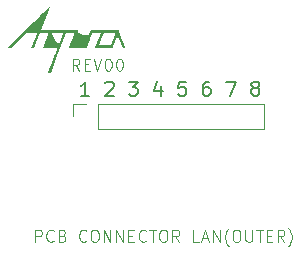
<source format=gbr>
%TF.GenerationSoftware,KiCad,Pcbnew,9.0.0*%
%TF.CreationDate,2025-06-23T16:23:01+09:00*%
%TF.ProjectId,pcb_connector_lan(outer),7063625f-636f-46e6-9e65-63746f725f6c,00*%
%TF.SameCoordinates,Original*%
%TF.FileFunction,Legend,Top*%
%TF.FilePolarity,Positive*%
%FSLAX46Y46*%
G04 Gerber Fmt 4.6, Leading zero omitted, Abs format (unit mm)*
G04 Created by KiCad (PCBNEW 9.0.0) date 2025-06-23 16:23:01*
%MOMM*%
%LPD*%
G01*
G04 APERTURE LIST*
%ADD10C,0.125000*%
%ADD11C,0.150000*%
%ADD12C,0.000000*%
%ADD13C,0.120000*%
%ADD14C,7.500000*%
%ADD15R,1.350000X1.350000*%
%ADD16O,1.350000X1.350000*%
%ADD17R,1.700000X1.700000*%
%ADD18O,1.700000X1.700000*%
G04 APERTURE END LIST*
D10*
X50475760Y-57527987D02*
X50142427Y-57051796D01*
X49904332Y-57527987D02*
X49904332Y-56527987D01*
X49904332Y-56527987D02*
X50285284Y-56527987D01*
X50285284Y-56527987D02*
X50380522Y-56575606D01*
X50380522Y-56575606D02*
X50428141Y-56623225D01*
X50428141Y-56623225D02*
X50475760Y-56718463D01*
X50475760Y-56718463D02*
X50475760Y-56861320D01*
X50475760Y-56861320D02*
X50428141Y-56956558D01*
X50428141Y-56956558D02*
X50380522Y-57004177D01*
X50380522Y-57004177D02*
X50285284Y-57051796D01*
X50285284Y-57051796D02*
X49904332Y-57051796D01*
X50904332Y-57004177D02*
X51237665Y-57004177D01*
X51380522Y-57527987D02*
X50904332Y-57527987D01*
X50904332Y-57527987D02*
X50904332Y-56527987D01*
X50904332Y-56527987D02*
X51380522Y-56527987D01*
X51666237Y-56527987D02*
X51999570Y-57527987D01*
X51999570Y-57527987D02*
X52332903Y-56527987D01*
X52856713Y-56527987D02*
X52951951Y-56527987D01*
X52951951Y-56527987D02*
X53047189Y-56575606D01*
X53047189Y-56575606D02*
X53094808Y-56623225D01*
X53094808Y-56623225D02*
X53142427Y-56718463D01*
X53142427Y-56718463D02*
X53190046Y-56908939D01*
X53190046Y-56908939D02*
X53190046Y-57147034D01*
X53190046Y-57147034D02*
X53142427Y-57337510D01*
X53142427Y-57337510D02*
X53094808Y-57432748D01*
X53094808Y-57432748D02*
X53047189Y-57480368D01*
X53047189Y-57480368D02*
X52951951Y-57527987D01*
X52951951Y-57527987D02*
X52856713Y-57527987D01*
X52856713Y-57527987D02*
X52761475Y-57480368D01*
X52761475Y-57480368D02*
X52713856Y-57432748D01*
X52713856Y-57432748D02*
X52666237Y-57337510D01*
X52666237Y-57337510D02*
X52618618Y-57147034D01*
X52618618Y-57147034D02*
X52618618Y-56908939D01*
X52618618Y-56908939D02*
X52666237Y-56718463D01*
X52666237Y-56718463D02*
X52713856Y-56623225D01*
X52713856Y-56623225D02*
X52761475Y-56575606D01*
X52761475Y-56575606D02*
X52856713Y-56527987D01*
X53809094Y-56527987D02*
X53904332Y-56527987D01*
X53904332Y-56527987D02*
X53999570Y-56575606D01*
X53999570Y-56575606D02*
X54047189Y-56623225D01*
X54047189Y-56623225D02*
X54094808Y-56718463D01*
X54094808Y-56718463D02*
X54142427Y-56908939D01*
X54142427Y-56908939D02*
X54142427Y-57147034D01*
X54142427Y-57147034D02*
X54094808Y-57337510D01*
X54094808Y-57337510D02*
X54047189Y-57432748D01*
X54047189Y-57432748D02*
X53999570Y-57480368D01*
X53999570Y-57480368D02*
X53904332Y-57527987D01*
X53904332Y-57527987D02*
X53809094Y-57527987D01*
X53809094Y-57527987D02*
X53713856Y-57480368D01*
X53713856Y-57480368D02*
X53666237Y-57432748D01*
X53666237Y-57432748D02*
X53618618Y-57337510D01*
X53618618Y-57337510D02*
X53570999Y-57147034D01*
X53570999Y-57147034D02*
X53570999Y-56908939D01*
X53570999Y-56908939D02*
X53618618Y-56718463D01*
X53618618Y-56718463D02*
X53666237Y-56623225D01*
X53666237Y-56623225D02*
X53713856Y-56575606D01*
X53713856Y-56575606D02*
X53809094Y-56527987D01*
D11*
X51304076Y-59661952D02*
X50618362Y-59661952D01*
X50961219Y-59661952D02*
X50961219Y-58461952D01*
X50961219Y-58461952D02*
X50846933Y-58633381D01*
X50846933Y-58633381D02*
X50732648Y-58747667D01*
X50732648Y-58747667D02*
X50618362Y-58804810D01*
X52675505Y-58576238D02*
X52732648Y-58519095D01*
X52732648Y-58519095D02*
X52846934Y-58461952D01*
X52846934Y-58461952D02*
X53132648Y-58461952D01*
X53132648Y-58461952D02*
X53246934Y-58519095D01*
X53246934Y-58519095D02*
X53304076Y-58576238D01*
X53304076Y-58576238D02*
X53361219Y-58690524D01*
X53361219Y-58690524D02*
X53361219Y-58804810D01*
X53361219Y-58804810D02*
X53304076Y-58976238D01*
X53304076Y-58976238D02*
X52618362Y-59661952D01*
X52618362Y-59661952D02*
X53361219Y-59661952D01*
X54675505Y-58461952D02*
X55418362Y-58461952D01*
X55418362Y-58461952D02*
X55018362Y-58919095D01*
X55018362Y-58919095D02*
X55189791Y-58919095D01*
X55189791Y-58919095D02*
X55304077Y-58976238D01*
X55304077Y-58976238D02*
X55361219Y-59033381D01*
X55361219Y-59033381D02*
X55418362Y-59147667D01*
X55418362Y-59147667D02*
X55418362Y-59433381D01*
X55418362Y-59433381D02*
X55361219Y-59547667D01*
X55361219Y-59547667D02*
X55304077Y-59604810D01*
X55304077Y-59604810D02*
X55189791Y-59661952D01*
X55189791Y-59661952D02*
X54846934Y-59661952D01*
X54846934Y-59661952D02*
X54732648Y-59604810D01*
X54732648Y-59604810D02*
X54675505Y-59547667D01*
X57361220Y-58861952D02*
X57361220Y-59661952D01*
X57075505Y-58404810D02*
X56789791Y-59261952D01*
X56789791Y-59261952D02*
X57532648Y-59261952D01*
X59475505Y-58461952D02*
X58904077Y-58461952D01*
X58904077Y-58461952D02*
X58846934Y-59033381D01*
X58846934Y-59033381D02*
X58904077Y-58976238D01*
X58904077Y-58976238D02*
X59018363Y-58919095D01*
X59018363Y-58919095D02*
X59304077Y-58919095D01*
X59304077Y-58919095D02*
X59418363Y-58976238D01*
X59418363Y-58976238D02*
X59475505Y-59033381D01*
X59475505Y-59033381D02*
X59532648Y-59147667D01*
X59532648Y-59147667D02*
X59532648Y-59433381D01*
X59532648Y-59433381D02*
X59475505Y-59547667D01*
X59475505Y-59547667D02*
X59418363Y-59604810D01*
X59418363Y-59604810D02*
X59304077Y-59661952D01*
X59304077Y-59661952D02*
X59018363Y-59661952D01*
X59018363Y-59661952D02*
X58904077Y-59604810D01*
X58904077Y-59604810D02*
X58846934Y-59547667D01*
X61475506Y-58461952D02*
X61246934Y-58461952D01*
X61246934Y-58461952D02*
X61132648Y-58519095D01*
X61132648Y-58519095D02*
X61075506Y-58576238D01*
X61075506Y-58576238D02*
X60961220Y-58747667D01*
X60961220Y-58747667D02*
X60904077Y-58976238D01*
X60904077Y-58976238D02*
X60904077Y-59433381D01*
X60904077Y-59433381D02*
X60961220Y-59547667D01*
X60961220Y-59547667D02*
X61018363Y-59604810D01*
X61018363Y-59604810D02*
X61132648Y-59661952D01*
X61132648Y-59661952D02*
X61361220Y-59661952D01*
X61361220Y-59661952D02*
X61475506Y-59604810D01*
X61475506Y-59604810D02*
X61532648Y-59547667D01*
X61532648Y-59547667D02*
X61589791Y-59433381D01*
X61589791Y-59433381D02*
X61589791Y-59147667D01*
X61589791Y-59147667D02*
X61532648Y-59033381D01*
X61532648Y-59033381D02*
X61475506Y-58976238D01*
X61475506Y-58976238D02*
X61361220Y-58919095D01*
X61361220Y-58919095D02*
X61132648Y-58919095D01*
X61132648Y-58919095D02*
X61018363Y-58976238D01*
X61018363Y-58976238D02*
X60961220Y-59033381D01*
X60961220Y-59033381D02*
X60904077Y-59147667D01*
X62904077Y-58461952D02*
X63704077Y-58461952D01*
X63704077Y-58461952D02*
X63189791Y-59661952D01*
X65246934Y-58976238D02*
X65132649Y-58919095D01*
X65132649Y-58919095D02*
X65075506Y-58861952D01*
X65075506Y-58861952D02*
X65018363Y-58747667D01*
X65018363Y-58747667D02*
X65018363Y-58690524D01*
X65018363Y-58690524D02*
X65075506Y-58576238D01*
X65075506Y-58576238D02*
X65132649Y-58519095D01*
X65132649Y-58519095D02*
X65246934Y-58461952D01*
X65246934Y-58461952D02*
X65475506Y-58461952D01*
X65475506Y-58461952D02*
X65589792Y-58519095D01*
X65589792Y-58519095D02*
X65646934Y-58576238D01*
X65646934Y-58576238D02*
X65704077Y-58690524D01*
X65704077Y-58690524D02*
X65704077Y-58747667D01*
X65704077Y-58747667D02*
X65646934Y-58861952D01*
X65646934Y-58861952D02*
X65589792Y-58919095D01*
X65589792Y-58919095D02*
X65475506Y-58976238D01*
X65475506Y-58976238D02*
X65246934Y-58976238D01*
X65246934Y-58976238D02*
X65132649Y-59033381D01*
X65132649Y-59033381D02*
X65075506Y-59090524D01*
X65075506Y-59090524D02*
X65018363Y-59204810D01*
X65018363Y-59204810D02*
X65018363Y-59433381D01*
X65018363Y-59433381D02*
X65075506Y-59547667D01*
X65075506Y-59547667D02*
X65132649Y-59604810D01*
X65132649Y-59604810D02*
X65246934Y-59661952D01*
X65246934Y-59661952D02*
X65475506Y-59661952D01*
X65475506Y-59661952D02*
X65589792Y-59604810D01*
X65589792Y-59604810D02*
X65646934Y-59547667D01*
X65646934Y-59547667D02*
X65704077Y-59433381D01*
X65704077Y-59433381D02*
X65704077Y-59204810D01*
X65704077Y-59204810D02*
X65646934Y-59090524D01*
X65646934Y-59090524D02*
X65589792Y-59033381D01*
X65589792Y-59033381D02*
X65475506Y-58976238D01*
D10*
X46722355Y-72023660D02*
X46722355Y-71023660D01*
X46722355Y-71023660D02*
X47103307Y-71023660D01*
X47103307Y-71023660D02*
X47198545Y-71071279D01*
X47198545Y-71071279D02*
X47246164Y-71118898D01*
X47246164Y-71118898D02*
X47293783Y-71214136D01*
X47293783Y-71214136D02*
X47293783Y-71356993D01*
X47293783Y-71356993D02*
X47246164Y-71452231D01*
X47246164Y-71452231D02*
X47198545Y-71499850D01*
X47198545Y-71499850D02*
X47103307Y-71547469D01*
X47103307Y-71547469D02*
X46722355Y-71547469D01*
X48293783Y-71928421D02*
X48246164Y-71976041D01*
X48246164Y-71976041D02*
X48103307Y-72023660D01*
X48103307Y-72023660D02*
X48008069Y-72023660D01*
X48008069Y-72023660D02*
X47865212Y-71976041D01*
X47865212Y-71976041D02*
X47769974Y-71880802D01*
X47769974Y-71880802D02*
X47722355Y-71785564D01*
X47722355Y-71785564D02*
X47674736Y-71595088D01*
X47674736Y-71595088D02*
X47674736Y-71452231D01*
X47674736Y-71452231D02*
X47722355Y-71261755D01*
X47722355Y-71261755D02*
X47769974Y-71166517D01*
X47769974Y-71166517D02*
X47865212Y-71071279D01*
X47865212Y-71071279D02*
X48008069Y-71023660D01*
X48008069Y-71023660D02*
X48103307Y-71023660D01*
X48103307Y-71023660D02*
X48246164Y-71071279D01*
X48246164Y-71071279D02*
X48293783Y-71118898D01*
X49055688Y-71499850D02*
X49198545Y-71547469D01*
X49198545Y-71547469D02*
X49246164Y-71595088D01*
X49246164Y-71595088D02*
X49293783Y-71690326D01*
X49293783Y-71690326D02*
X49293783Y-71833183D01*
X49293783Y-71833183D02*
X49246164Y-71928421D01*
X49246164Y-71928421D02*
X49198545Y-71976041D01*
X49198545Y-71976041D02*
X49103307Y-72023660D01*
X49103307Y-72023660D02*
X48722355Y-72023660D01*
X48722355Y-72023660D02*
X48722355Y-71023660D01*
X48722355Y-71023660D02*
X49055688Y-71023660D01*
X49055688Y-71023660D02*
X49150926Y-71071279D01*
X49150926Y-71071279D02*
X49198545Y-71118898D01*
X49198545Y-71118898D02*
X49246164Y-71214136D01*
X49246164Y-71214136D02*
X49246164Y-71309374D01*
X49246164Y-71309374D02*
X49198545Y-71404612D01*
X49198545Y-71404612D02*
X49150926Y-71452231D01*
X49150926Y-71452231D02*
X49055688Y-71499850D01*
X49055688Y-71499850D02*
X48722355Y-71499850D01*
X51055688Y-71928421D02*
X51008069Y-71976041D01*
X51008069Y-71976041D02*
X50865212Y-72023660D01*
X50865212Y-72023660D02*
X50769974Y-72023660D01*
X50769974Y-72023660D02*
X50627117Y-71976041D01*
X50627117Y-71976041D02*
X50531879Y-71880802D01*
X50531879Y-71880802D02*
X50484260Y-71785564D01*
X50484260Y-71785564D02*
X50436641Y-71595088D01*
X50436641Y-71595088D02*
X50436641Y-71452231D01*
X50436641Y-71452231D02*
X50484260Y-71261755D01*
X50484260Y-71261755D02*
X50531879Y-71166517D01*
X50531879Y-71166517D02*
X50627117Y-71071279D01*
X50627117Y-71071279D02*
X50769974Y-71023660D01*
X50769974Y-71023660D02*
X50865212Y-71023660D01*
X50865212Y-71023660D02*
X51008069Y-71071279D01*
X51008069Y-71071279D02*
X51055688Y-71118898D01*
X51674736Y-71023660D02*
X51865212Y-71023660D01*
X51865212Y-71023660D02*
X51960450Y-71071279D01*
X51960450Y-71071279D02*
X52055688Y-71166517D01*
X52055688Y-71166517D02*
X52103307Y-71356993D01*
X52103307Y-71356993D02*
X52103307Y-71690326D01*
X52103307Y-71690326D02*
X52055688Y-71880802D01*
X52055688Y-71880802D02*
X51960450Y-71976041D01*
X51960450Y-71976041D02*
X51865212Y-72023660D01*
X51865212Y-72023660D02*
X51674736Y-72023660D01*
X51674736Y-72023660D02*
X51579498Y-71976041D01*
X51579498Y-71976041D02*
X51484260Y-71880802D01*
X51484260Y-71880802D02*
X51436641Y-71690326D01*
X51436641Y-71690326D02*
X51436641Y-71356993D01*
X51436641Y-71356993D02*
X51484260Y-71166517D01*
X51484260Y-71166517D02*
X51579498Y-71071279D01*
X51579498Y-71071279D02*
X51674736Y-71023660D01*
X52531879Y-72023660D02*
X52531879Y-71023660D01*
X52531879Y-71023660D02*
X53103307Y-72023660D01*
X53103307Y-72023660D02*
X53103307Y-71023660D01*
X53579498Y-72023660D02*
X53579498Y-71023660D01*
X53579498Y-71023660D02*
X54150926Y-72023660D01*
X54150926Y-72023660D02*
X54150926Y-71023660D01*
X54627117Y-71499850D02*
X54960450Y-71499850D01*
X55103307Y-72023660D02*
X54627117Y-72023660D01*
X54627117Y-72023660D02*
X54627117Y-71023660D01*
X54627117Y-71023660D02*
X55103307Y-71023660D01*
X56103307Y-71928421D02*
X56055688Y-71976041D01*
X56055688Y-71976041D02*
X55912831Y-72023660D01*
X55912831Y-72023660D02*
X55817593Y-72023660D01*
X55817593Y-72023660D02*
X55674736Y-71976041D01*
X55674736Y-71976041D02*
X55579498Y-71880802D01*
X55579498Y-71880802D02*
X55531879Y-71785564D01*
X55531879Y-71785564D02*
X55484260Y-71595088D01*
X55484260Y-71595088D02*
X55484260Y-71452231D01*
X55484260Y-71452231D02*
X55531879Y-71261755D01*
X55531879Y-71261755D02*
X55579498Y-71166517D01*
X55579498Y-71166517D02*
X55674736Y-71071279D01*
X55674736Y-71071279D02*
X55817593Y-71023660D01*
X55817593Y-71023660D02*
X55912831Y-71023660D01*
X55912831Y-71023660D02*
X56055688Y-71071279D01*
X56055688Y-71071279D02*
X56103307Y-71118898D01*
X56389022Y-71023660D02*
X56960450Y-71023660D01*
X56674736Y-72023660D02*
X56674736Y-71023660D01*
X57484260Y-71023660D02*
X57674736Y-71023660D01*
X57674736Y-71023660D02*
X57769974Y-71071279D01*
X57769974Y-71071279D02*
X57865212Y-71166517D01*
X57865212Y-71166517D02*
X57912831Y-71356993D01*
X57912831Y-71356993D02*
X57912831Y-71690326D01*
X57912831Y-71690326D02*
X57865212Y-71880802D01*
X57865212Y-71880802D02*
X57769974Y-71976041D01*
X57769974Y-71976041D02*
X57674736Y-72023660D01*
X57674736Y-72023660D02*
X57484260Y-72023660D01*
X57484260Y-72023660D02*
X57389022Y-71976041D01*
X57389022Y-71976041D02*
X57293784Y-71880802D01*
X57293784Y-71880802D02*
X57246165Y-71690326D01*
X57246165Y-71690326D02*
X57246165Y-71356993D01*
X57246165Y-71356993D02*
X57293784Y-71166517D01*
X57293784Y-71166517D02*
X57389022Y-71071279D01*
X57389022Y-71071279D02*
X57484260Y-71023660D01*
X58912831Y-72023660D02*
X58579498Y-71547469D01*
X58341403Y-72023660D02*
X58341403Y-71023660D01*
X58341403Y-71023660D02*
X58722355Y-71023660D01*
X58722355Y-71023660D02*
X58817593Y-71071279D01*
X58817593Y-71071279D02*
X58865212Y-71118898D01*
X58865212Y-71118898D02*
X58912831Y-71214136D01*
X58912831Y-71214136D02*
X58912831Y-71356993D01*
X58912831Y-71356993D02*
X58865212Y-71452231D01*
X58865212Y-71452231D02*
X58817593Y-71499850D01*
X58817593Y-71499850D02*
X58722355Y-71547469D01*
X58722355Y-71547469D02*
X58341403Y-71547469D01*
X60579498Y-72023660D02*
X60103308Y-72023660D01*
X60103308Y-72023660D02*
X60103308Y-71023660D01*
X60865213Y-71737945D02*
X61341403Y-71737945D01*
X60769975Y-72023660D02*
X61103308Y-71023660D01*
X61103308Y-71023660D02*
X61436641Y-72023660D01*
X61769975Y-72023660D02*
X61769975Y-71023660D01*
X61769975Y-71023660D02*
X62341403Y-72023660D01*
X62341403Y-72023660D02*
X62341403Y-71023660D01*
X63103308Y-72404612D02*
X63055689Y-72356993D01*
X63055689Y-72356993D02*
X62960451Y-72214136D01*
X62960451Y-72214136D02*
X62912832Y-72118898D01*
X62912832Y-72118898D02*
X62865213Y-71976041D01*
X62865213Y-71976041D02*
X62817594Y-71737945D01*
X62817594Y-71737945D02*
X62817594Y-71547469D01*
X62817594Y-71547469D02*
X62865213Y-71309374D01*
X62865213Y-71309374D02*
X62912832Y-71166517D01*
X62912832Y-71166517D02*
X62960451Y-71071279D01*
X62960451Y-71071279D02*
X63055689Y-70928421D01*
X63055689Y-70928421D02*
X63103308Y-70880802D01*
X63674737Y-71023660D02*
X63865213Y-71023660D01*
X63865213Y-71023660D02*
X63960451Y-71071279D01*
X63960451Y-71071279D02*
X64055689Y-71166517D01*
X64055689Y-71166517D02*
X64103308Y-71356993D01*
X64103308Y-71356993D02*
X64103308Y-71690326D01*
X64103308Y-71690326D02*
X64055689Y-71880802D01*
X64055689Y-71880802D02*
X63960451Y-71976041D01*
X63960451Y-71976041D02*
X63865213Y-72023660D01*
X63865213Y-72023660D02*
X63674737Y-72023660D01*
X63674737Y-72023660D02*
X63579499Y-71976041D01*
X63579499Y-71976041D02*
X63484261Y-71880802D01*
X63484261Y-71880802D02*
X63436642Y-71690326D01*
X63436642Y-71690326D02*
X63436642Y-71356993D01*
X63436642Y-71356993D02*
X63484261Y-71166517D01*
X63484261Y-71166517D02*
X63579499Y-71071279D01*
X63579499Y-71071279D02*
X63674737Y-71023660D01*
X64531880Y-71023660D02*
X64531880Y-71833183D01*
X64531880Y-71833183D02*
X64579499Y-71928421D01*
X64579499Y-71928421D02*
X64627118Y-71976041D01*
X64627118Y-71976041D02*
X64722356Y-72023660D01*
X64722356Y-72023660D02*
X64912832Y-72023660D01*
X64912832Y-72023660D02*
X65008070Y-71976041D01*
X65008070Y-71976041D02*
X65055689Y-71928421D01*
X65055689Y-71928421D02*
X65103308Y-71833183D01*
X65103308Y-71833183D02*
X65103308Y-71023660D01*
X65436642Y-71023660D02*
X66008070Y-71023660D01*
X65722356Y-72023660D02*
X65722356Y-71023660D01*
X66341404Y-71499850D02*
X66674737Y-71499850D01*
X66817594Y-72023660D02*
X66341404Y-72023660D01*
X66341404Y-72023660D02*
X66341404Y-71023660D01*
X66341404Y-71023660D02*
X66817594Y-71023660D01*
X67817594Y-72023660D02*
X67484261Y-71547469D01*
X67246166Y-72023660D02*
X67246166Y-71023660D01*
X67246166Y-71023660D02*
X67627118Y-71023660D01*
X67627118Y-71023660D02*
X67722356Y-71071279D01*
X67722356Y-71071279D02*
X67769975Y-71118898D01*
X67769975Y-71118898D02*
X67817594Y-71214136D01*
X67817594Y-71214136D02*
X67817594Y-71356993D01*
X67817594Y-71356993D02*
X67769975Y-71452231D01*
X67769975Y-71452231D02*
X67722356Y-71499850D01*
X67722356Y-71499850D02*
X67627118Y-71547469D01*
X67627118Y-71547469D02*
X67246166Y-71547469D01*
X68150928Y-72404612D02*
X68198547Y-72356993D01*
X68198547Y-72356993D02*
X68293785Y-72214136D01*
X68293785Y-72214136D02*
X68341404Y-72118898D01*
X68341404Y-72118898D02*
X68389023Y-71976041D01*
X68389023Y-71976041D02*
X68436642Y-71737945D01*
X68436642Y-71737945D02*
X68436642Y-71547469D01*
X68436642Y-71547469D02*
X68389023Y-71309374D01*
X68389023Y-71309374D02*
X68341404Y-71166517D01*
X68341404Y-71166517D02*
X68293785Y-71071279D01*
X68293785Y-71071279D02*
X68198547Y-70928421D01*
X68198547Y-70928421D02*
X68150928Y-70880802D01*
D12*
%TO.C,G\u002A\u002A\u002A*%
G36*
X48003334Y-52060075D02*
G01*
X47993451Y-52087154D01*
X47977185Y-52130464D01*
X47954998Y-52188805D01*
X47927353Y-52260981D01*
X47894711Y-52345793D01*
X47857534Y-52442044D01*
X47816285Y-52548534D01*
X47771425Y-52664068D01*
X47723417Y-52787446D01*
X47672722Y-52917471D01*
X47619804Y-53052944D01*
X47611660Y-53073770D01*
X47558428Y-53210038D01*
X47507351Y-53341094D01*
X47458893Y-53465736D01*
X47413516Y-53582760D01*
X47371681Y-53690962D01*
X47333853Y-53789140D01*
X47300493Y-53876090D01*
X47272065Y-53950609D01*
X47249029Y-54011493D01*
X47231850Y-54057540D01*
X47220990Y-54087546D01*
X47216911Y-54100308D01*
X47216911Y-54100657D01*
X47227180Y-54101494D01*
X47256388Y-54102304D01*
X47303466Y-54103083D01*
X47367343Y-54103826D01*
X47446952Y-54104528D01*
X47541222Y-54105183D01*
X47649084Y-54105786D01*
X47769470Y-54106333D01*
X47901309Y-54106818D01*
X48043533Y-54107237D01*
X48195072Y-54107584D01*
X48354858Y-54107854D01*
X48521820Y-54108042D01*
X48694890Y-54108143D01*
X48800868Y-54108160D01*
X48977008Y-54108209D01*
X49147635Y-54108354D01*
X49311685Y-54108588D01*
X49468091Y-54108907D01*
X49615788Y-54109305D01*
X49753711Y-54109776D01*
X49880793Y-54110316D01*
X49995969Y-54110919D01*
X50098172Y-54111580D01*
X50186339Y-54112293D01*
X50259402Y-54113053D01*
X50316295Y-54113855D01*
X50355954Y-54114693D01*
X50377313Y-54115561D01*
X50380900Y-54116097D01*
X50377363Y-54127974D01*
X50367728Y-54154463D01*
X50353465Y-54191655D01*
X50336040Y-54235638D01*
X50335883Y-54236030D01*
X50318442Y-54280018D01*
X50304148Y-54317209D01*
X50294467Y-54343706D01*
X50290865Y-54355612D01*
X50290865Y-54355643D01*
X50300171Y-54358838D01*
X50325300Y-54361449D01*
X50362070Y-54363151D01*
X50393405Y-54363629D01*
X50495946Y-54363998D01*
X50620995Y-54425885D01*
X50709162Y-54466680D01*
X50787212Y-54495891D01*
X50860382Y-54514761D01*
X50933911Y-54524532D01*
X51013037Y-54526448D01*
X51041160Y-54525573D01*
X51120636Y-54519747D01*
X51181921Y-54509670D01*
X51211227Y-54501261D01*
X51266249Y-54481819D01*
X51340425Y-54294990D01*
X51414602Y-54108160D01*
X52634505Y-54108160D01*
X52816261Y-54108170D01*
X52979045Y-54108212D01*
X53123890Y-54108300D01*
X53251833Y-54108450D01*
X53363907Y-54108675D01*
X53461148Y-54108991D01*
X53544592Y-54109413D01*
X53615271Y-54109956D01*
X53674223Y-54110634D01*
X53722482Y-54111464D01*
X53761082Y-54112459D01*
X53791058Y-54113634D01*
X53813446Y-54115006D01*
X53829281Y-54116587D01*
X53839597Y-54118394D01*
X53845429Y-54120441D01*
X53847813Y-54122744D01*
X53847783Y-54125317D01*
X53847658Y-54125667D01*
X53840908Y-54146514D01*
X53832705Y-54176059D01*
X53830883Y-54183189D01*
X53829220Y-54191384D01*
X53828618Y-54200605D01*
X53829551Y-54212188D01*
X53832496Y-54227464D01*
X53837926Y-54247766D01*
X53846317Y-54274426D01*
X53858143Y-54308779D01*
X53873881Y-54352156D01*
X53894004Y-54405890D01*
X53918988Y-54471314D01*
X53949308Y-54549761D01*
X53985439Y-54642564D01*
X54027855Y-54751055D01*
X54077032Y-54876567D01*
X54087580Y-54903473D01*
X54131153Y-55014597D01*
X54172655Y-55120421D01*
X54211497Y-55219448D01*
X54247094Y-55310184D01*
X54278857Y-55391132D01*
X54306201Y-55460795D01*
X54328537Y-55517679D01*
X54345279Y-55560287D01*
X54355839Y-55587123D01*
X54359581Y-55596574D01*
X54357817Y-55602132D01*
X54345291Y-55605597D01*
X54319399Y-55607202D01*
X54277537Y-55607178D01*
X54247678Y-55606577D01*
X54130495Y-55603749D01*
X53918852Y-55061069D01*
X53880274Y-54962380D01*
X53843782Y-54869473D01*
X53810030Y-54783984D01*
X53779674Y-54707551D01*
X53753368Y-54641812D01*
X53731767Y-54588403D01*
X53715525Y-54548962D01*
X53705297Y-54525125D01*
X53701809Y-54518355D01*
X53697287Y-54527400D01*
X53686188Y-54553449D01*
X53669173Y-54594851D01*
X53646902Y-54649957D01*
X53620036Y-54717118D01*
X53589236Y-54794683D01*
X53555161Y-54881002D01*
X53518472Y-54974427D01*
X53487935Y-55052528D01*
X53449539Y-55150808D01*
X53413196Y-55243618D01*
X53379577Y-55329265D01*
X53349349Y-55406053D01*
X53323183Y-55472288D01*
X53301747Y-55526275D01*
X53285711Y-55566319D01*
X53275744Y-55590726D01*
X53272619Y-55597807D01*
X53264677Y-55600062D01*
X53243349Y-55601980D01*
X53207889Y-55603570D01*
X53157549Y-55604841D01*
X53091582Y-55605801D01*
X53009239Y-55606458D01*
X52909773Y-55606821D01*
X52792437Y-55606899D01*
X52656483Y-55606699D01*
X52524590Y-55606314D01*
X51783404Y-55603749D01*
X51870007Y-55381951D01*
X52104210Y-55381951D01*
X52106152Y-55385433D01*
X52112125Y-55388276D01*
X52123725Y-55390526D01*
X52142545Y-55392231D01*
X52170179Y-55393438D01*
X52208220Y-55394195D01*
X52258263Y-55394549D01*
X52321901Y-55394546D01*
X52400729Y-55394235D01*
X52496340Y-55393663D01*
X52610329Y-55392876D01*
X52613133Y-55392856D01*
X53126456Y-55389209D01*
X53145707Y-55336416D01*
X53156461Y-55307705D01*
X53173898Y-55262148D01*
X53197335Y-55201497D01*
X53226085Y-55127507D01*
X53259465Y-55041934D01*
X53296789Y-54946530D01*
X53337373Y-54843051D01*
X53380531Y-54733251D01*
X53425581Y-54618885D01*
X53441526Y-54578461D01*
X53467876Y-54511596D01*
X53491647Y-54451096D01*
X53511900Y-54399371D01*
X53527692Y-54358834D01*
X53538080Y-54331895D01*
X53542124Y-54320967D01*
X53542145Y-54320860D01*
X53532453Y-54320354D01*
X53504622Y-54319880D01*
X53460524Y-54319448D01*
X53402027Y-54319067D01*
X53331003Y-54318747D01*
X53249319Y-54318498D01*
X53158848Y-54318328D01*
X53061457Y-54318248D01*
X53028907Y-54318243D01*
X52515670Y-54318243D01*
X52312636Y-54838652D01*
X52274741Y-54935891D01*
X52238973Y-55027881D01*
X52206006Y-55112873D01*
X52176516Y-55189118D01*
X52151177Y-55254864D01*
X52130664Y-55308363D01*
X52115653Y-55347865D01*
X52106817Y-55371619D01*
X52104706Y-55377782D01*
X52104210Y-55381951D01*
X51870007Y-55381951D01*
X52027538Y-54978502D01*
X52069161Y-54871858D01*
X52108714Y-54770435D01*
X52145580Y-54675814D01*
X52179148Y-54589576D01*
X52208801Y-54513301D01*
X52233927Y-54448568D01*
X52253911Y-54396958D01*
X52268139Y-54360051D01*
X52275997Y-54339427D01*
X52277334Y-54335749D01*
X52277818Y-54331156D01*
X52274741Y-54327442D01*
X52266221Y-54324515D01*
X52250379Y-54322282D01*
X52225335Y-54320649D01*
X52189209Y-54319525D01*
X52140119Y-54318815D01*
X52076187Y-54318427D01*
X51995532Y-54318268D01*
X51923251Y-54318243D01*
X51824042Y-54318396D01*
X51743275Y-54318891D01*
X51679386Y-54319782D01*
X51630812Y-54321122D01*
X51595989Y-54322965D01*
X51573353Y-54325365D01*
X51561341Y-54328375D01*
X51558463Y-54330747D01*
X51552023Y-54347007D01*
X51539109Y-54379857D01*
X51520496Y-54427316D01*
X51496956Y-54487404D01*
X51469266Y-54558140D01*
X51438197Y-54637544D01*
X51404526Y-54723634D01*
X51369025Y-54814429D01*
X51332468Y-54907950D01*
X51295631Y-55002214D01*
X51259287Y-55095242D01*
X51224209Y-55185052D01*
X51191173Y-55269665D01*
X51160952Y-55347098D01*
X51134320Y-55415371D01*
X51112052Y-55472504D01*
X51094921Y-55516515D01*
X51083702Y-55545425D01*
X51079547Y-55556230D01*
X51059731Y-55608751D01*
X50314086Y-55608751D01*
X50169235Y-55608689D01*
X50043268Y-55608492D01*
X49935061Y-55608140D01*
X49843490Y-55607615D01*
X49767430Y-55606898D01*
X49705758Y-55605968D01*
X49657349Y-55604809D01*
X49621081Y-55603399D01*
X49595828Y-55601722D01*
X49580467Y-55599757D01*
X49573874Y-55597485D01*
X49573507Y-55596246D01*
X49577709Y-55585553D01*
X49588460Y-55558096D01*
X49605030Y-55515745D01*
X49626687Y-55460370D01*
X49652701Y-55393844D01*
X49682339Y-55318037D01*
X49714870Y-55234820D01*
X49743176Y-55162405D01*
X50450928Y-55162405D01*
X50455203Y-55187069D01*
X50470615Y-55196837D01*
X50490569Y-55196547D01*
X50509420Y-55190056D01*
X50517645Y-55172412D01*
X50518991Y-55162381D01*
X50517971Y-55138518D01*
X50506938Y-55127462D01*
X50502905Y-55126175D01*
X50475540Y-55127036D01*
X50456411Y-55142387D01*
X50450928Y-55162405D01*
X49743176Y-55162405D01*
X49749564Y-55146063D01*
X49785689Y-55053639D01*
X49822513Y-54959418D01*
X49858459Y-54867442D01*
X50741910Y-54867442D01*
X50756708Y-54897641D01*
X50767401Y-54907749D01*
X50802740Y-54925892D01*
X50837124Y-54924077D01*
X50861982Y-54909764D01*
X50880236Y-54885668D01*
X50885099Y-54854599D01*
X50878737Y-54818224D01*
X50858233Y-54794870D01*
X50824104Y-54782531D01*
X50798214Y-54781241D01*
X50777024Y-54792334D01*
X50766715Y-54801861D01*
X50745237Y-54834197D01*
X50741910Y-54867442D01*
X49858459Y-54867442D01*
X49859307Y-54865272D01*
X49895337Y-54773070D01*
X49926775Y-54692614D01*
X50340885Y-54692614D01*
X50348646Y-54720374D01*
X50370838Y-54734908D01*
X50395857Y-54736358D01*
X50415197Y-54732661D01*
X50423766Y-54722589D01*
X50425887Y-54699963D01*
X50425918Y-54693390D01*
X50424475Y-54667407D01*
X50417461Y-54655180D01*
X50400853Y-54650521D01*
X50397802Y-54650151D01*
X50365997Y-54653619D01*
X50346097Y-54670859D01*
X50340885Y-54692614D01*
X49926775Y-54692614D01*
X49929874Y-54684684D01*
X49962186Y-54601986D01*
X49991541Y-54526846D01*
X50017209Y-54461135D01*
X50038457Y-54406724D01*
X50054556Y-54365485D01*
X50064773Y-54339288D01*
X50068143Y-54330622D01*
X50065768Y-54327234D01*
X50054679Y-54324546D01*
X50033274Y-54322512D01*
X49999949Y-54321087D01*
X49953100Y-54320227D01*
X49891126Y-54319886D01*
X49812421Y-54320021D01*
X49715385Y-54320585D01*
X49710812Y-54320618D01*
X49348608Y-54323245D01*
X48687635Y-56016411D01*
X48026662Y-57709578D01*
X47990804Y-57707743D01*
X47962810Y-57706079D01*
X47923205Y-57703442D01*
X47880329Y-57700389D01*
X47878316Y-57700240D01*
X47801687Y-57694572D01*
X48205930Y-56659164D01*
X48259542Y-56521780D01*
X48311072Y-56389603D01*
X48360057Y-56263830D01*
X48406034Y-56145653D01*
X48448539Y-56036269D01*
X48487110Y-55936871D01*
X48521283Y-55848654D01*
X48550596Y-55772813D01*
X48574586Y-55710542D01*
X48592788Y-55663036D01*
X48604741Y-55631489D01*
X48609981Y-55617097D01*
X48610188Y-55616329D01*
X48600469Y-55614983D01*
X48572438Y-55613635D01*
X48527790Y-55612312D01*
X48468220Y-55611040D01*
X48395424Y-55609848D01*
X48311097Y-55608761D01*
X48216934Y-55607808D01*
X48114631Y-55607016D01*
X48005883Y-55606411D01*
X47985914Y-55606325D01*
X47361625Y-55603749D01*
X47605826Y-54978502D01*
X47647460Y-54871860D01*
X47687020Y-54770439D01*
X47723893Y-54675820D01*
X47757464Y-54589583D01*
X47787120Y-54513308D01*
X47812247Y-54448575D01*
X47832230Y-54396965D01*
X47846454Y-54360056D01*
X47854307Y-54339429D01*
X47855642Y-54335749D01*
X47855934Y-54332895D01*
X48093854Y-54332895D01*
X48094468Y-54335468D01*
X48100633Y-54347120D01*
X48115976Y-54374411D01*
X48139561Y-54415716D01*
X48170449Y-54469413D01*
X48207702Y-54533877D01*
X48250384Y-54607485D01*
X48297556Y-54688613D01*
X48348281Y-54775638D01*
X48381876Y-54833164D01*
X48446568Y-54943857D01*
X48501902Y-55038521D01*
X48548616Y-55118399D01*
X48587452Y-55184734D01*
X48619149Y-55238770D01*
X48644446Y-55281749D01*
X48664083Y-55314916D01*
X48678801Y-55339513D01*
X48689338Y-55356783D01*
X48696435Y-55367971D01*
X48700831Y-55374318D01*
X48703267Y-55377069D01*
X48704481Y-55377467D01*
X48705213Y-55376755D01*
X48705275Y-55376685D01*
X48709335Y-55367056D01*
X48719967Y-55340537D01*
X48736479Y-55298880D01*
X48758182Y-55243840D01*
X48784386Y-55177171D01*
X48814402Y-55100625D01*
X48847538Y-55015956D01*
X48883107Y-54924919D01*
X48895381Y-54893469D01*
X48932277Y-54798909D01*
X48967492Y-54708674D01*
X49000253Y-54624739D01*
X49029791Y-54549078D01*
X49055333Y-54483667D01*
X49076108Y-54430481D01*
X49091346Y-54391495D01*
X49100275Y-54368684D01*
X49101422Y-54365761D01*
X49120112Y-54318243D01*
X48603985Y-54318243D01*
X48489054Y-54318275D01*
X48392556Y-54318408D01*
X48312918Y-54318694D01*
X48248565Y-54319187D01*
X48197923Y-54319939D01*
X48159418Y-54321005D01*
X48131476Y-54322438D01*
X48112523Y-54324289D01*
X48100984Y-54326614D01*
X48095286Y-54329465D01*
X48093854Y-54332895D01*
X47855934Y-54332895D01*
X47856107Y-54331205D01*
X47853052Y-54327524D01*
X47844618Y-54324617D01*
X47828945Y-54322396D01*
X47804173Y-54320773D01*
X47768445Y-54319659D01*
X47719899Y-54318966D01*
X47656676Y-54318606D01*
X47576918Y-54318490D01*
X47492937Y-54318519D01*
X47124618Y-54318796D01*
X46874474Y-54961272D01*
X46624330Y-55603749D01*
X46511832Y-55606577D01*
X46460006Y-55607027D01*
X46422938Y-55605519D01*
X46402635Y-55602180D01*
X46399333Y-55599448D01*
X46402885Y-55588657D01*
X46413139Y-55560802D01*
X46429496Y-55517447D01*
X46451353Y-55460156D01*
X46478109Y-55390492D01*
X46509163Y-55310020D01*
X46543913Y-55220302D01*
X46581759Y-55122902D01*
X46622099Y-55019385D01*
X46640847Y-54971374D01*
X46682240Y-54865356D01*
X46721533Y-54764563D01*
X46758111Y-54670584D01*
X46791357Y-54585009D01*
X46820657Y-54509427D01*
X46845394Y-54445428D01*
X46864952Y-54394600D01*
X46878715Y-54358534D01*
X46886068Y-54338819D01*
X46887110Y-54335749D01*
X46887288Y-54331616D01*
X46884252Y-54328188D01*
X46876319Y-54325400D01*
X46861804Y-54323185D01*
X46839024Y-54321479D01*
X46806294Y-54320216D01*
X46761930Y-54319329D01*
X46704248Y-54318754D01*
X46631564Y-54318425D01*
X46542193Y-54318277D01*
X46437709Y-54318243D01*
X45983558Y-54318243D01*
X45323604Y-54962995D01*
X44663649Y-55607747D01*
X44508644Y-55608249D01*
X44353639Y-55608751D01*
X44463626Y-55499782D01*
X44500673Y-55463200D01*
X44549619Y-55415060D01*
X44609724Y-55356085D01*
X44680247Y-55286994D01*
X44760448Y-55208511D01*
X44849585Y-55121356D01*
X44946918Y-55026249D01*
X45051707Y-54923913D01*
X45163209Y-54815068D01*
X45280686Y-54700437D01*
X45403395Y-54580739D01*
X45530597Y-54456696D01*
X45661550Y-54329030D01*
X45795514Y-54198461D01*
X45931747Y-54065712D01*
X46069510Y-53931502D01*
X46208061Y-53796554D01*
X46346660Y-53661588D01*
X46484566Y-53527326D01*
X46621038Y-53394489D01*
X46755336Y-53263798D01*
X46886718Y-53135975D01*
X47014444Y-53011740D01*
X47137774Y-52891815D01*
X47255966Y-52776922D01*
X47368279Y-52667780D01*
X47473974Y-52565113D01*
X47572308Y-52469639D01*
X47662542Y-52382082D01*
X47743935Y-52303162D01*
X47815746Y-52233601D01*
X47877234Y-52174119D01*
X47927659Y-52125438D01*
X47966279Y-52088279D01*
X47992354Y-52063364D01*
X48005143Y-52051413D01*
X48006372Y-52050423D01*
X48003334Y-52060075D01*
G37*
D13*
%TO.C,J1*%
X49945720Y-60352799D02*
X51005720Y-60352799D01*
X49945720Y-61412799D02*
X49945720Y-60352799D01*
X52005720Y-60352799D02*
X66065720Y-60352799D01*
X52005720Y-62472799D02*
X52005720Y-60352799D01*
X52005720Y-62472799D02*
X66065720Y-62472799D01*
X66065720Y-62472799D02*
X66065720Y-60352799D01*
%TD*%
%LPC*%
D14*
%TO.C,H3*%
X57715720Y-80284280D03*
%TD*%
%TO.C,H1*%
X57715720Y-52000000D03*
%TD*%
%TO.C,H2*%
X43573580Y-66142140D03*
%TD*%
%TO.C,H4*%
X71857860Y-66142140D03*
%TD*%
D15*
%TO.C,J1*%
X51005720Y-61412799D03*
D16*
X53005720Y-61412799D03*
X55005720Y-61412799D03*
X57005720Y-61412799D03*
X59005720Y-61412799D03*
X61005720Y-61412799D03*
X63005720Y-61412799D03*
X65005720Y-61412799D03*
%TD*%
D17*
%TO.C,J2*%
X62795720Y-64662799D03*
D18*
X62795720Y-67202799D03*
X60255720Y-64662799D03*
X60255720Y-67202799D03*
X57715720Y-64662799D03*
X57715720Y-67202799D03*
X55175720Y-64662799D03*
X55175720Y-67202799D03*
X52635720Y-64662799D03*
X52635720Y-67202799D03*
%TD*%
%LPD*%
M02*

</source>
